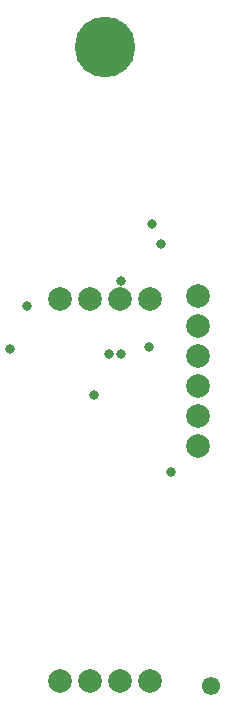
<source format=gbr>
G04 EAGLE Gerber RS-274X export*
G75*
%MOMM*%
%FSLAX34Y34*%
%LPD*%
%INSoldermask Bottom*%
%IPPOS*%
%AMOC8*
5,1,8,0,0,1.08239X$1,22.5*%
G01*
%ADD10C,5.130800*%
%ADD11C,1.549400*%
%ADD12C,2.006600*%
%ADD13C,0.812800*%
%ADD14C,0.832600*%


D10*
X106680Y680720D03*
D11*
X196850Y139700D03*
D12*
X185420Y342900D03*
X185420Y368300D03*
X185420Y393700D03*
X185420Y419100D03*
X185420Y444500D03*
X185420Y469900D03*
X144780Y467360D03*
X119380Y467360D03*
X93980Y467360D03*
X68580Y467360D03*
X144780Y143510D03*
X119380Y143510D03*
X93980Y143510D03*
X68580Y143510D03*
D13*
X144272Y426720D03*
X97536Y386080D03*
X162560Y321056D03*
X146304Y530352D03*
X119888Y420624D03*
X40640Y461264D03*
D14*
X120650Y482600D03*
D13*
X154432Y514096D03*
X109728Y420624D03*
X26416Y424688D03*
M02*

</source>
